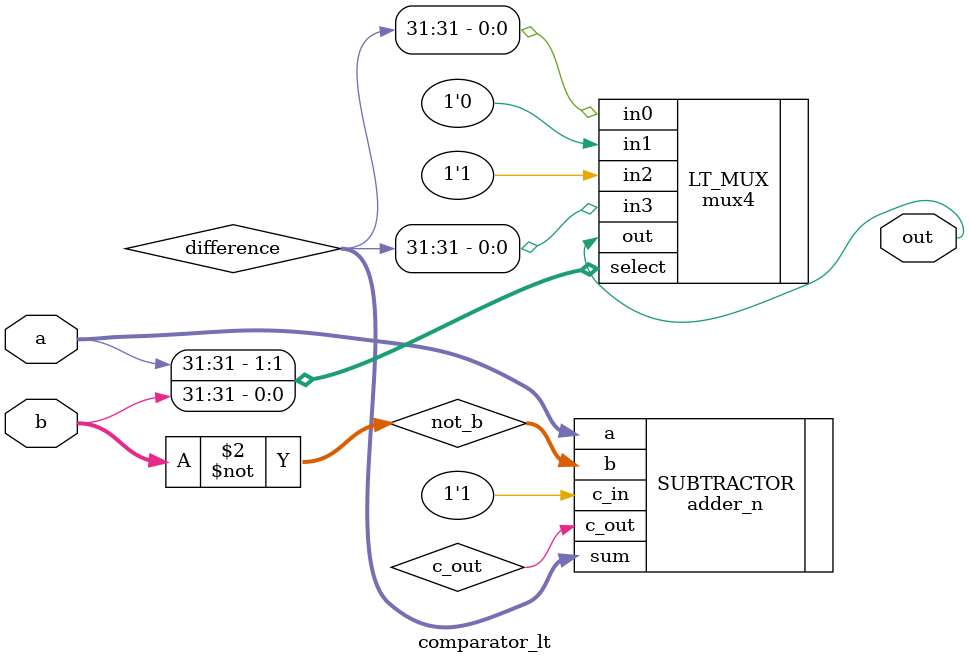
<source format=sv>
`default_nettype none

module comparator_lt(a, b, out);

parameter N = 32;
input wire signed [N-1:0] a, b;
output logic out;

logic [N-1:0] not_b;
always_comb not_b = ~b;
wire c_out;
wire [N-1:0] difference; 

adder_n #(.N(N)) SUBTRACTOR(
  .a(a), .b(not_b), .c_in(1'b1),
  .c_out(c_out), .sum(difference[N-1:0])
);

mux4 #(.N(1)) LT_MUX(
  .select({a[31], b[31]}), // switch on the sign bits
  .in0(difference[N-1]), .in1(1'b0), .in2(1'b1), .in3(difference[N-1]),
  .out(out)
);

endmodule


</source>
